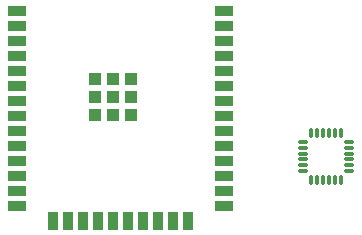
<source format=gtp>
G04 #@! TF.GenerationSoftware,KiCad,Pcbnew,8.0.8*
G04 #@! TF.CreationDate,2025-05-02T10:21:30-04:00*
G04 #@! TF.ProjectId,esp32,65737033-322e-46b6-9963-61645f706362,rev?*
G04 #@! TF.SameCoordinates,Original*
G04 #@! TF.FileFunction,Paste,Top*
G04 #@! TF.FilePolarity,Positive*
%FSLAX46Y46*%
G04 Gerber Fmt 4.6, Leading zero omitted, Abs format (unit mm)*
G04 Created by KiCad (PCBNEW 8.0.8) date 2025-05-02 10:21:30*
%MOMM*%
%LPD*%
G01*
G04 APERTURE LIST*
G04 Aperture macros list*
%AMRoundRect*
0 Rectangle with rounded corners*
0 $1 Rounding radius*
0 $2 $3 $4 $5 $6 $7 $8 $9 X,Y pos of 4 corners*
0 Add a 4 corners polygon primitive as box body*
4,1,4,$2,$3,$4,$5,$6,$7,$8,$9,$2,$3,0*
0 Add four circle primitives for the rounded corners*
1,1,$1+$1,$2,$3*
1,1,$1+$1,$4,$5*
1,1,$1+$1,$6,$7*
1,1,$1+$1,$8,$9*
0 Add four rect primitives between the rounded corners*
20,1,$1+$1,$2,$3,$4,$5,0*
20,1,$1+$1,$4,$5,$6,$7,0*
20,1,$1+$1,$6,$7,$8,$9,0*
20,1,$1+$1,$8,$9,$2,$3,0*%
G04 Aperture macros list end*
%ADD10RoundRect,0.075000X-0.350000X-0.075000X0.350000X-0.075000X0.350000X0.075000X-0.350000X0.075000X0*%
%ADD11RoundRect,0.075000X0.075000X-0.350000X0.075000X0.350000X-0.075000X0.350000X-0.075000X-0.350000X0*%
%ADD12R,1.500000X0.900000*%
%ADD13R,0.900000X1.500000*%
%ADD14R,1.050000X1.050000*%
G04 APERTURE END LIST*
D10*
X153850000Y-102750000D03*
X153850000Y-103250000D03*
X153850000Y-103750000D03*
X153850000Y-104250000D03*
X153850000Y-104750000D03*
X153850000Y-105250000D03*
D11*
X154550000Y-105950000D03*
X155050000Y-105950000D03*
X155550000Y-105950000D03*
X156050000Y-105950000D03*
X156550000Y-105950000D03*
X157050000Y-105950000D03*
D10*
X157750000Y-105250000D03*
X157750000Y-104750000D03*
X157750000Y-104250000D03*
X157750000Y-103750000D03*
X157750000Y-103250000D03*
X157750000Y-102750000D03*
D11*
X157050000Y-102050000D03*
X156550000Y-102050000D03*
X156050000Y-102050000D03*
X155550000Y-102050000D03*
X155050000Y-102050000D03*
X154550000Y-102050000D03*
D12*
X129692500Y-91660000D03*
X129692500Y-92930000D03*
X129692500Y-94200000D03*
X129692500Y-95470000D03*
X129692500Y-96740000D03*
X129692500Y-98010000D03*
X129692500Y-99280000D03*
X129692500Y-100550000D03*
X129692500Y-101820000D03*
X129692500Y-103090000D03*
X129692500Y-104360000D03*
X129692500Y-105630000D03*
X129692500Y-106900000D03*
X129692500Y-108170000D03*
D13*
X132732500Y-109420000D03*
X134002500Y-109420000D03*
X135272500Y-109420000D03*
X136542500Y-109420000D03*
X137812500Y-109420000D03*
X139082500Y-109420000D03*
X140352500Y-109420000D03*
X141622500Y-109420000D03*
X142892500Y-109420000D03*
X144162500Y-109420000D03*
D12*
X147192500Y-108170000D03*
X147192500Y-106900000D03*
X147192500Y-105630000D03*
X147192500Y-104360000D03*
X147192500Y-103090000D03*
X147192500Y-101820000D03*
X147192500Y-100550000D03*
X147192500Y-99280000D03*
X147192500Y-98010000D03*
X147192500Y-96740000D03*
X147192500Y-95470000D03*
X147192500Y-94200000D03*
X147192500Y-92930000D03*
X147192500Y-91660000D03*
D14*
X136237500Y-97475000D03*
X136237500Y-99000000D03*
X136237500Y-100525000D03*
X137762500Y-97475000D03*
X137762500Y-99000000D03*
X137762500Y-100525000D03*
X139287500Y-97475000D03*
X139287500Y-99000000D03*
X139287500Y-100525000D03*
M02*

</source>
